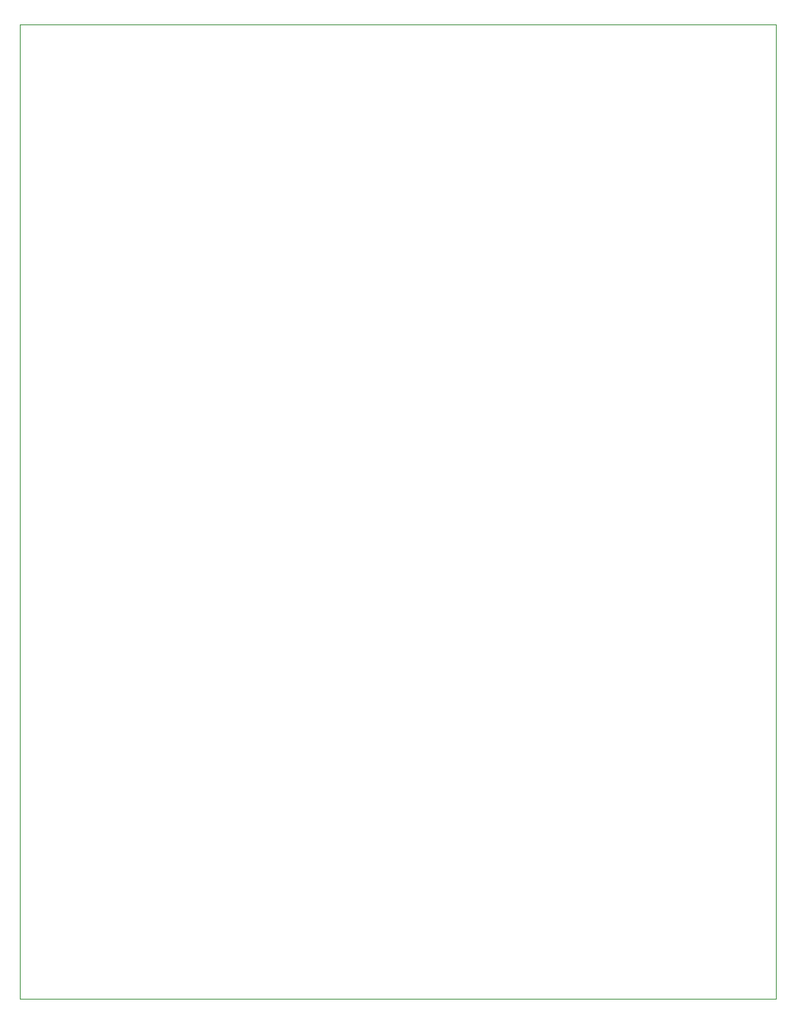
<source format=gbr>
G04 DipTrace 4.2.0.1*
G04 BoardOutline.gbr*
%MOIN*%
G04 #@! TF.FileFunction,Profile*
G04 #@! TF.Part,Single*
%ADD10C,0.004724*%
%FSLAX26Y26*%
G04*
G70*
G90*
G75*
G01*
G04 BoardOutline*
%LPD*%
X393701Y393701D2*
D10*
X3693701D1*
Y4643701D1*
X393701D1*
Y393701D1*
M02*

</source>
